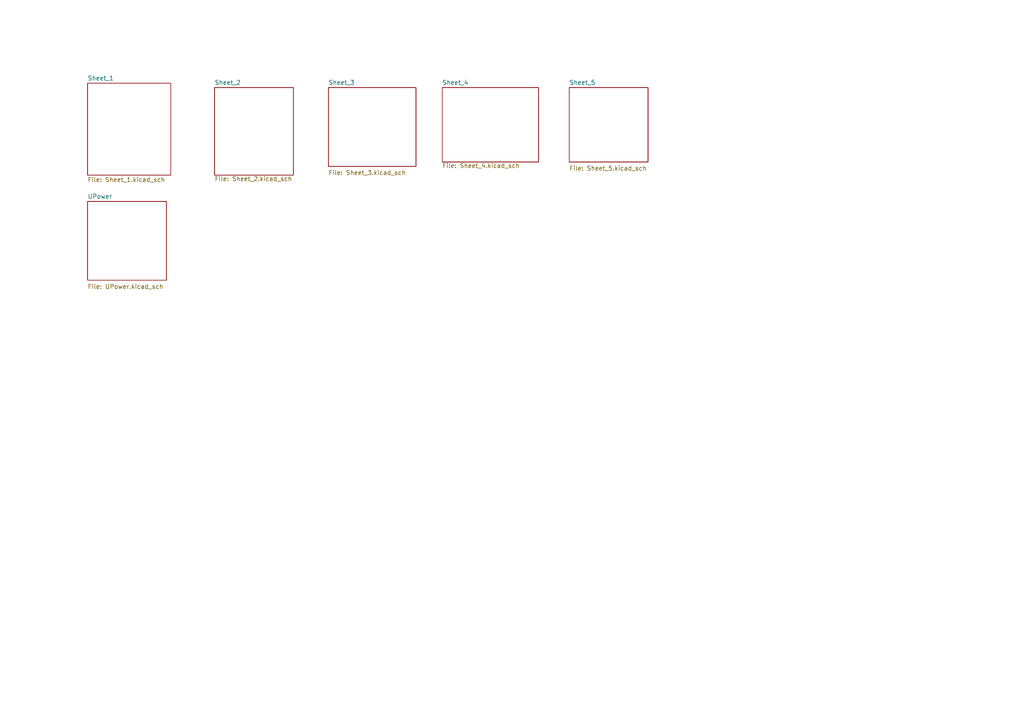
<source format=kicad_sch>
(kicad_sch
	(version 20250114)
	(generator "eeschema")
	(generator_version "9.0")
	(uuid "c8956973-479e-4af8-b4b2-e3141670ed9c")
	(paper "A4")
	(title_block
		(title "C10-040-0115")
		(date "10/12/1982")
		(rev "5")
		(company "Cromemco")
	)
	(lib_symbols)
	(sheet
		(at 62.23 25.4)
		(size 22.86 25.4)
		(exclude_from_sim no)
		(in_bom yes)
		(on_board yes)
		(dnp no)
		(fields_autoplaced yes)
		(stroke
			(width 0.1524)
			(type solid)
		)
		(fill
			(color 0 0 0 0.0000)
		)
		(uuid "3dfdb0b6-1a3e-48dd-9d3f-f7aa40dad9ae")
		(property "Sheetname" "Sheet_2"
			(at 62.23 24.6884 0)
			(effects
				(font
					(size 1.27 1.27)
				)
				(justify left bottom)
			)
		)
		(property "Sheetfile" "Sheet_2.kicad_sch"
			(at 62.23 51.1306 0)
			(effects
				(font
					(size 1.27 1.27)
				)
				(justify left top)
			)
		)
		(instances
			(project "C10"
				(path "/c8956973-479e-4af8-b4b2-e3141670ed9c"
					(page "3")
				)
			)
		)
	)
	(sheet
		(at 95.25 25.4)
		(size 25.4 22.86)
		(exclude_from_sim no)
		(in_bom yes)
		(on_board yes)
		(dnp no)
		(fields_autoplaced yes)
		(stroke
			(width 0.1524)
			(type solid)
		)
		(fill
			(color 0 0 0 0.0000)
		)
		(uuid "6421bfc9-74f5-46a4-b370-ed543c37f2dd")
		(property "Sheetname" "Sheet_3"
			(at 95.25 24.6884 0)
			(effects
				(font
					(size 1.27 1.27)
				)
				(justify left bottom)
			)
		)
		(property "Sheetfile" "Sheet_3.kicad_sch"
			(at 95.25 49.3526 0)
			(effects
				(font
					(size 1.27 1.27)
				)
				(justify left top)
			)
		)
		(instances
			(project "C10"
				(path "/c8956973-479e-4af8-b4b2-e3141670ed9c"
					(page "4")
				)
			)
		)
	)
	(sheet
		(at 25.4 24.13)
		(size 24.13 26.67)
		(exclude_from_sim no)
		(in_bom yes)
		(on_board yes)
		(dnp no)
		(fields_autoplaced yes)
		(stroke
			(width 0.1524)
			(type solid)
		)
		(fill
			(color 0 0 0 0.0000)
		)
		(uuid "8a108206-5ba2-4002-b1a5-cd042b5269dc")
		(property "Sheetname" "Sheet_1"
			(at 25.4 23.4184 0)
			(effects
				(font
					(size 1.27 1.27)
				)
				(justify left bottom)
			)
		)
		(property "Sheetfile" "Sheet_1.kicad_sch"
			(at 25.4 51.3846 0)
			(effects
				(font
					(size 1.27 1.27)
				)
				(justify left top)
			)
		)
		(instances
			(project "C10"
				(path "/c8956973-479e-4af8-b4b2-e3141670ed9c"
					(page "1")
				)
			)
		)
	)
	(sheet
		(at 25.4 58.42)
		(size 22.86 22.86)
		(exclude_from_sim no)
		(in_bom yes)
		(on_board yes)
		(dnp no)
		(fields_autoplaced yes)
		(stroke
			(width 0.1524)
			(type solid)
		)
		(fill
			(color 0 0 0 0.0000)
		)
		(uuid "b29b4e72-c589-477a-908c-029f1e1cd2b7")
		(property "Sheetname" "UPower"
			(at 25.4 57.7084 0)
			(effects
				(font
					(size 1.27 1.27)
				)
				(justify left bottom)
			)
		)
		(property "Sheetfile" "UPower.kicad_sch"
			(at 25.4 82.3726 0)
			(effects
				(font
					(size 1.27 1.27)
				)
				(justify left top)
			)
		)
		(instances
			(project "C10"
				(path "/c8956973-479e-4af8-b4b2-e3141670ed9c"
					(page "7")
				)
			)
		)
	)
	(sheet
		(at 165.1 25.4)
		(size 22.86 21.59)
		(exclude_from_sim no)
		(in_bom yes)
		(on_board yes)
		(dnp no)
		(fields_autoplaced yes)
		(stroke
			(width 0.1524)
			(type solid)
		)
		(fill
			(color 0 0 0 0.0000)
		)
		(uuid "fd274efe-75f9-4764-b7ae-041bf0f012b4")
		(property "Sheetname" "Sheet_5"
			(at 165.1 24.6884 0)
			(effects
				(font
					(size 1.27 1.27)
				)
				(justify left bottom)
			)
		)
		(property "Sheetfile" "Sheet_5.kicad_sch"
			(at 165.1 48.0826 0)
			(effects
				(font
					(size 1.27 1.27)
				)
				(justify left top)
			)
		)
		(instances
			(project "C10"
				(path "/c8956973-479e-4af8-b4b2-e3141670ed9c"
					(page "6")
				)
			)
		)
	)
	(sheet
		(at 128.27 25.4)
		(size 27.94 21.59)
		(exclude_from_sim no)
		(in_bom yes)
		(on_board yes)
		(dnp no)
		(fields_autoplaced yes)
		(stroke
			(width 0.1524)
			(type solid)
		)
		(fill
			(color 0 0 0 0.0000)
		)
		(uuid "fe2d9dd5-d8d7-4ee7-867a-8a8b1ad662cd")
		(property "Sheetname" "Sheet_4"
			(at 128.27 24.6884 0)
			(effects
				(font
					(size 1.27 1.27)
				)
				(justify left bottom)
			)
		)
		(property "Sheetfile" "Sheet_4.kicad_sch"
			(at 128.27 47.3206 0)
			(effects
				(font
					(size 1.27 1.27)
				)
				(justify left top)
			)
		)
		(instances
			(project "C10"
				(path "/c8956973-479e-4af8-b4b2-e3141670ed9c"
					(page "5")
				)
			)
		)
	)
	(sheet_instances
		(path "/"
			(page "0")
		)
	)
	(embedded_fonts no)
)

</source>
